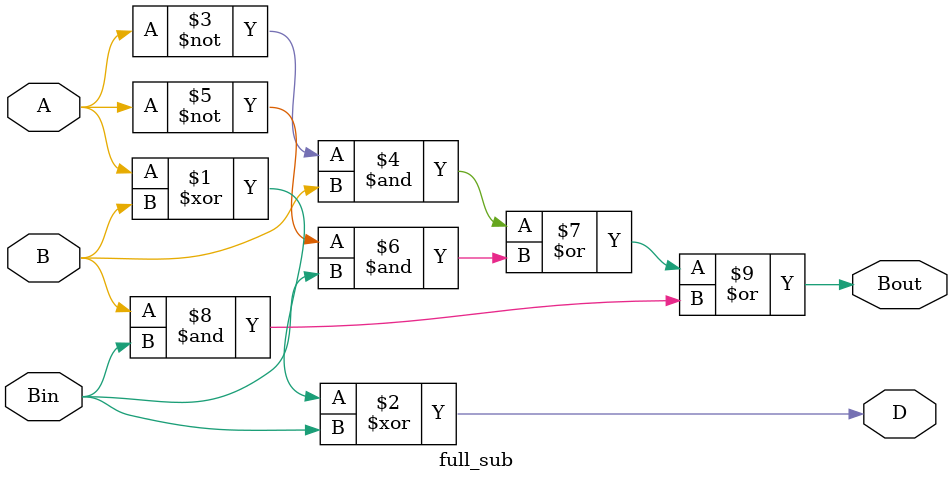
<source format=v>

module full_sub(
    input A, B, Bin,
    output D, Bout
);

assign D    = A ^ B ^ Bin;
assign Bout = (~A & B) | (~A & Bin) | (B & Bin);

endmodule

</source>
